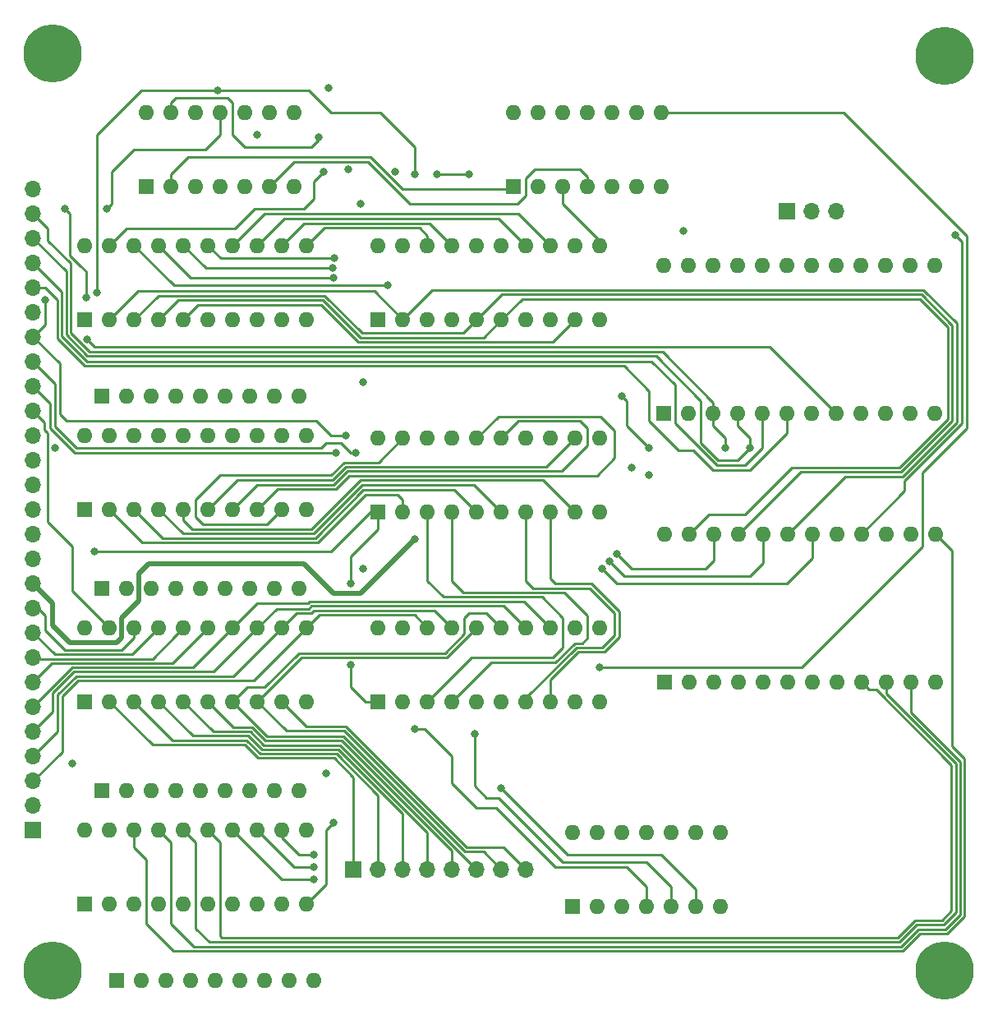
<source format=gbr>
%TF.GenerationSoftware,KiCad,Pcbnew,(5.1.10-1-10_14)*%
%TF.CreationDate,2021-07-31T09:22:51-04:00*%
%TF.ProjectId,register-smd,72656769-7374-4657-922d-736d642e6b69,rev?*%
%TF.SameCoordinates,Original*%
%TF.FileFunction,Copper,L2,Inr*%
%TF.FilePolarity,Positive*%
%FSLAX46Y46*%
G04 Gerber Fmt 4.6, Leading zero omitted, Abs format (unit mm)*
G04 Created by KiCad (PCBNEW (5.1.10-1-10_14)) date 2021-07-31 09:22:51*
%MOMM*%
%LPD*%
G01*
G04 APERTURE LIST*
%TA.AperFunction,ComponentPad*%
%ADD10O,1.600000X1.600000*%
%TD*%
%TA.AperFunction,ComponentPad*%
%ADD11R,1.600000X1.600000*%
%TD*%
%TA.AperFunction,ComponentPad*%
%ADD12O,1.700000X1.700000*%
%TD*%
%TA.AperFunction,ComponentPad*%
%ADD13R,1.700000X1.700000*%
%TD*%
%TA.AperFunction,ComponentPad*%
%ADD14C,0.800000*%
%TD*%
%TA.AperFunction,ComponentPad*%
%ADD15C,6.000000*%
%TD*%
%TA.AperFunction,ViaPad*%
%ADD16C,0.800000*%
%TD*%
%TA.AperFunction,Conductor*%
%ADD17C,0.500000*%
%TD*%
%TA.AperFunction,Conductor*%
%ADD18C,0.250000*%
%TD*%
G04 APERTURE END LIST*
D10*
%TO.N,Net-(D12-Pad1)*%
%TO.C,RN2*%
X104394000Y-120396000D03*
%TO.N,Net-(D13-Pad1)*%
X101854000Y-120396000D03*
%TO.N,Net-(D14-Pad1)*%
X99314000Y-120396000D03*
%TO.N,Net-(D15-Pad1)*%
X96774000Y-120396000D03*
%TO.N,Net-(D16-Pad1)*%
X94234000Y-120396000D03*
%TO.N,Net-(D17-Pad1)*%
X91694000Y-120396000D03*
%TO.N,Net-(D18-Pad1)*%
X89154000Y-120396000D03*
%TO.N,Net-(D19-Pad1)*%
X86614000Y-120396000D03*
D11*
%TO.N,-5V_IN*%
X84074000Y-120396000D03*
%TD*%
D10*
%TO.N,Net-(D22-Pad1)*%
%TO.C,RN3*%
X104394000Y-140208000D03*
%TO.N,Net-(D23-Pad1)*%
X101854000Y-140208000D03*
%TO.N,Net-(D24-Pad1)*%
X99314000Y-140208000D03*
%TO.N,Net-(D25-Pad1)*%
X96774000Y-140208000D03*
%TO.N,Net-(D26-Pad1)*%
X94234000Y-140208000D03*
%TO.N,Net-(D27-Pad1)*%
X91694000Y-140208000D03*
%TO.N,Net-(D28-Pad1)*%
X89154000Y-140208000D03*
%TO.N,Net-(D29-Pad1)*%
X86614000Y-140208000D03*
D11*
%TO.N,-5V_IN*%
X84074000Y-140208000D03*
%TD*%
D10*
%TO.N,Net-(D32-Pad1)*%
%TO.C,RN4*%
X104394000Y-161036000D03*
%TO.N,Net-(D33-Pad1)*%
X101854000Y-161036000D03*
%TO.N,Net-(D34-Pad1)*%
X99314000Y-161036000D03*
%TO.N,Net-(D35-Pad1)*%
X96774000Y-161036000D03*
%TO.N,Net-(D36-Pad1)*%
X94234000Y-161036000D03*
%TO.N,Net-(D37-Pad1)*%
X91694000Y-161036000D03*
%TO.N,Net-(D38-Pad1)*%
X89154000Y-161036000D03*
%TO.N,Net-(D39-Pad1)*%
X86614000Y-161036000D03*
D11*
%TO.N,-5V_IN*%
X84074000Y-161036000D03*
%TD*%
D10*
%TO.N,Net-(D1-Pad1)*%
%TO.C,RN1*%
X105918000Y-180594000D03*
%TO.N,Net-(D2-Pad1)*%
X103378000Y-180594000D03*
%TO.N,Net-(D3-Pad1)*%
X100838000Y-180594000D03*
%TO.N,Net-(D4-Pad1)*%
X98298000Y-180594000D03*
%TO.N,Net-(D5-Pad1)*%
X95758000Y-180594000D03*
%TO.N,Net-(D6-Pad1)*%
X93218000Y-180594000D03*
%TO.N,Net-(D7-Pad1)*%
X90678000Y-180594000D03*
%TO.N,Net-(D8-Pad1)*%
X88138000Y-180594000D03*
D11*
%TO.N,-5V_IN*%
X85598000Y-180594000D03*
%TD*%
D12*
%TO.N,/C0*%
%TO.C,J2*%
X127762000Y-169164000D03*
%TO.N,/C1*%
X125222000Y-169164000D03*
%TO.N,/C2*%
X122682000Y-169164000D03*
%TO.N,/C3*%
X120142000Y-169164000D03*
%TO.N,/C4*%
X117602000Y-169164000D03*
%TO.N,/C5*%
X115062000Y-169164000D03*
%TO.N,/C6*%
X112522000Y-169164000D03*
D13*
%TO.N,/C7*%
X109982000Y-169164000D03*
%TD*%
D14*
%TO.N,N/C*%
%TO.C,REF\u002A\u002A*%
X172532990Y-177987010D03*
X170942000Y-177328000D03*
X169351010Y-177987010D03*
X168692000Y-179578000D03*
X169351010Y-181168990D03*
X170942000Y-181828000D03*
X172532990Y-181168990D03*
X173192000Y-179578000D03*
D15*
X170942000Y-179578000D03*
%TD*%
%TO.N,N/C*%
%TO.C,REF\u002A\u002A*%
X170942000Y-85344000D03*
D14*
X173192000Y-85344000D03*
X172532990Y-86934990D03*
X170942000Y-87594000D03*
X169351010Y-86934990D03*
X168692000Y-85344000D03*
X169351010Y-83753010D03*
X170942000Y-83094000D03*
X172532990Y-83753010D03*
%TD*%
D15*
%TO.N,N/C*%
%TO.C,REF\u002A\u002A*%
X78994000Y-179578000D03*
D14*
X81244000Y-179578000D03*
X80584990Y-181168990D03*
X78994000Y-181828000D03*
X77403010Y-181168990D03*
X76744000Y-179578000D03*
X77403010Y-177987010D03*
X78994000Y-177328000D03*
X80584990Y-177987010D03*
%TD*%
%TO.N,N/C*%
%TO.C,REF\u002A\u002A*%
X80584990Y-83499010D03*
X78994000Y-82840000D03*
X77403010Y-83499010D03*
X76744000Y-85090000D03*
X77403010Y-86680990D03*
X78994000Y-87340000D03*
X80584990Y-86680990D03*
X81244000Y-85090000D03*
D15*
X78994000Y-85090000D03*
%TD*%
D10*
%TO.N,+5V_IN*%
%TO.C,U2*%
X88646000Y-91186000D03*
%TO.N,-5V_IN*%
X103886000Y-98806000D03*
%TO.N,Net-(U10-Pad16)*%
X91186000Y-91186000D03*
%TO.N,Net-(U1-Pad4)*%
X101346000Y-98806000D03*
%TO.N,CARRY*%
X93726000Y-91186000D03*
%TO.N,BI*%
X98806000Y-98806000D03*
%TO.N,CI*%
X96266000Y-91186000D03*
%TO.N,N/C*%
X96266000Y-98806000D03*
%TO.N,Net-(U1-Pad9)*%
X98806000Y-91186000D03*
%TO.N,N/C*%
X93726000Y-98806000D03*
X101346000Y-91186000D03*
%TO.N,Net-(U1-Pad1)*%
X91186000Y-98806000D03*
%TO.N,N/C*%
X103886000Y-91186000D03*
D11*
%TO.N,AI*%
X88646000Y-98806000D03*
%TD*%
D10*
%TO.N,+5V_IN*%
%TO.C,U1*%
X126492000Y-91186000D03*
%TO.N,-5V_IN*%
X141732000Y-98806000D03*
%TO.N,N/C*%
X129032000Y-91186000D03*
%TO.N,/B_IN_CP*%
X139192000Y-98806000D03*
%TO.N,N/C*%
X131572000Y-91186000D03*
%TO.N,CLOCK*%
X136652000Y-98806000D03*
%TO.N,N/C*%
X134112000Y-91186000D03*
%TO.N,Net-(U1-Pad4)*%
X134112000Y-98806000D03*
%TO.N,CLOCK*%
X136652000Y-91186000D03*
%TO.N,/A_IN_CP*%
X131572000Y-98806000D03*
%TO.N,Net-(U1-Pad9)*%
X139192000Y-91186000D03*
%TO.N,CLOCK*%
X129032000Y-98806000D03*
%TO.N,/C_IN_CP*%
X141732000Y-91186000D03*
D11*
%TO.N,Net-(U1-Pad1)*%
X126492000Y-98806000D03*
%TD*%
D10*
%TO.N,+5V_IN*%
%TO.C,U8*%
X82296000Y-144272000D03*
%TO.N,-5V_IN*%
X105156000Y-151892000D03*
%TO.N,CO*%
X84836000Y-144272000D03*
%TO.N,/C0*%
X102616000Y-151892000D03*
%TO.N,BUS_07*%
X87376000Y-144272000D03*
%TO.N,/C1*%
X100076000Y-151892000D03*
%TO.N,BUS_06*%
X89916000Y-144272000D03*
%TO.N,/C2*%
X97536000Y-151892000D03*
%TO.N,BUS_05*%
X92456000Y-144272000D03*
%TO.N,/C3*%
X94996000Y-151892000D03*
%TO.N,BUS_04*%
X94996000Y-144272000D03*
%TO.N,/C4*%
X92456000Y-151892000D03*
%TO.N,BUS_03*%
X97536000Y-144272000D03*
%TO.N,/C5*%
X89916000Y-151892000D03*
%TO.N,BUS_02*%
X100076000Y-144272000D03*
%TO.N,/C6*%
X87376000Y-151892000D03*
%TO.N,BUS_01*%
X102616000Y-144272000D03*
%TO.N,/C7*%
X84836000Y-151892000D03*
%TO.N,BUS_00*%
X105156000Y-144272000D03*
D11*
%TO.N,-5V_IN*%
X82296000Y-151892000D03*
%TD*%
D10*
%TO.N,+5V_IN*%
%TO.C,U7*%
X82296000Y-124460000D03*
%TO.N,-5V_IN*%
X105156000Y-132080000D03*
%TO.N,BO*%
X84836000Y-124460000D03*
%TO.N,/B0*%
X102616000Y-132080000D03*
%TO.N,BUS_07*%
X87376000Y-124460000D03*
%TO.N,/B1*%
X100076000Y-132080000D03*
%TO.N,BUS_06*%
X89916000Y-124460000D03*
%TO.N,/B2*%
X97536000Y-132080000D03*
%TO.N,BUS_05*%
X92456000Y-124460000D03*
%TO.N,/B3*%
X94996000Y-132080000D03*
%TO.N,BUS_04*%
X94996000Y-124460000D03*
%TO.N,/B4*%
X92456000Y-132080000D03*
%TO.N,BUS_03*%
X97536000Y-124460000D03*
%TO.N,/B5*%
X89916000Y-132080000D03*
%TO.N,BUS_02*%
X100076000Y-124460000D03*
%TO.N,/B6*%
X87376000Y-132080000D03*
%TO.N,BUS_01*%
X102616000Y-124460000D03*
%TO.N,/B7*%
X84836000Y-132080000D03*
%TO.N,BUS_00*%
X105156000Y-124460000D03*
D11*
%TO.N,-5V_IN*%
X82296000Y-132080000D03*
%TD*%
D10*
%TO.N,+5V_IN*%
%TO.C,U6*%
X82296000Y-104902000D03*
%TO.N,-5V_IN*%
X105156000Y-112522000D03*
%TO.N,AO*%
X84836000Y-104902000D03*
%TO.N,/A0*%
X102616000Y-112522000D03*
%TO.N,BUS_07*%
X87376000Y-104902000D03*
%TO.N,/A1*%
X100076000Y-112522000D03*
%TO.N,BUS_06*%
X89916000Y-104902000D03*
%TO.N,/A2*%
X97536000Y-112522000D03*
%TO.N,BUS_05*%
X92456000Y-104902000D03*
%TO.N,/A3*%
X94996000Y-112522000D03*
%TO.N,BUS_04*%
X94996000Y-104902000D03*
%TO.N,/A4*%
X92456000Y-112522000D03*
%TO.N,BUS_03*%
X97536000Y-104902000D03*
%TO.N,/A5*%
X89916000Y-112522000D03*
%TO.N,BUS_02*%
X100076000Y-104902000D03*
%TO.N,/A6*%
X87376000Y-112522000D03*
%TO.N,BUS_01*%
X102616000Y-104902000D03*
%TO.N,/A7*%
X84836000Y-112522000D03*
%TO.N,BUS_00*%
X105156000Y-104902000D03*
D11*
%TO.N,-5V_IN*%
X82296000Y-112522000D03*
%TD*%
D10*
%TO.N,+5V_IN*%
%TO.C,U5*%
X112522000Y-144272000D03*
%TO.N,-5V_IN*%
X135382000Y-151892000D03*
%TO.N,/C0*%
X115062000Y-144272000D03*
%TO.N,/C4*%
X132842000Y-151892000D03*
%TO.N,BUS_00*%
X117602000Y-144272000D03*
%TO.N,BUS_04*%
X130302000Y-151892000D03*
%TO.N,BUS_01*%
X120142000Y-144272000D03*
%TO.N,BUS_05*%
X127762000Y-151892000D03*
%TO.N,/C1*%
X122682000Y-144272000D03*
%TO.N,/C5*%
X125222000Y-151892000D03*
%TO.N,/C2*%
X125222000Y-144272000D03*
%TO.N,/C6*%
X122682000Y-151892000D03*
%TO.N,BUS_02*%
X127762000Y-144272000D03*
%TO.N,BUS_06*%
X120142000Y-151892000D03*
%TO.N,BUS_03*%
X130302000Y-144272000D03*
%TO.N,BUS_07*%
X117602000Y-151892000D03*
%TO.N,/C3*%
X132842000Y-144272000D03*
%TO.N,/C7*%
X115062000Y-151892000D03*
%TO.N,/C_IN_CP*%
X135382000Y-144272000D03*
D11*
%TO.N,RESET*%
X112522000Y-151892000D03*
%TD*%
D10*
%TO.N,+5V_IN*%
%TO.C,U4*%
X112522000Y-124714000D03*
%TO.N,-5V_IN*%
X135382000Y-132334000D03*
%TO.N,/B0*%
X115062000Y-124714000D03*
%TO.N,/B4*%
X132842000Y-132334000D03*
%TO.N,BUS_00*%
X117602000Y-124714000D03*
%TO.N,BUS_04*%
X130302000Y-132334000D03*
%TO.N,BUS_01*%
X120142000Y-124714000D03*
%TO.N,BUS_05*%
X127762000Y-132334000D03*
%TO.N,/B1*%
X122682000Y-124714000D03*
%TO.N,/B5*%
X125222000Y-132334000D03*
%TO.N,/B2*%
X125222000Y-124714000D03*
%TO.N,/B6*%
X122682000Y-132334000D03*
%TO.N,BUS_02*%
X127762000Y-124714000D03*
%TO.N,BUS_06*%
X120142000Y-132334000D03*
%TO.N,BUS_03*%
X130302000Y-124714000D03*
%TO.N,BUS_07*%
X117602000Y-132334000D03*
%TO.N,/B3*%
X132842000Y-124714000D03*
%TO.N,/B7*%
X115062000Y-132334000D03*
%TO.N,/B_IN_CP*%
X135382000Y-124714000D03*
D11*
%TO.N,RESET*%
X112522000Y-132334000D03*
%TD*%
D10*
%TO.N,+5V_IN*%
%TO.C,U3*%
X112522000Y-104902000D03*
%TO.N,-5V_IN*%
X135382000Y-112522000D03*
%TO.N,/A0*%
X115062000Y-104902000D03*
%TO.N,/A4*%
X132842000Y-112522000D03*
%TO.N,BUS_00*%
X117602000Y-104902000D03*
%TO.N,BUS_04*%
X130302000Y-112522000D03*
%TO.N,BUS_01*%
X120142000Y-104902000D03*
%TO.N,BUS_05*%
X127762000Y-112522000D03*
%TO.N,/A1*%
X122682000Y-104902000D03*
%TO.N,/A5*%
X125222000Y-112522000D03*
%TO.N,/A2*%
X125222000Y-104902000D03*
%TO.N,/A6*%
X122682000Y-112522000D03*
%TO.N,BUS_02*%
X127762000Y-104902000D03*
%TO.N,BUS_06*%
X120142000Y-112522000D03*
%TO.N,BUS_03*%
X130302000Y-104902000D03*
%TO.N,BUS_07*%
X117602000Y-112522000D03*
%TO.N,/A3*%
X132842000Y-104902000D03*
%TO.N,/A7*%
X115062000Y-112522000D03*
%TO.N,/A_IN_CP*%
X135382000Y-104902000D03*
D11*
%TO.N,RESET*%
X112522000Y-112522000D03*
%TD*%
D10*
%TO.N,+5V_IN*%
%TO.C,U13*%
X82296000Y-165100000D03*
%TO.N,-5V_IN*%
X105156000Y-172720000D03*
%TO.N,ALU_OUT*%
X84836000Y-165100000D03*
%TO.N,BUS_00*%
X102616000Y-172720000D03*
%TO.N,/ALU7*%
X87376000Y-165100000D03*
%TO.N,BUS_01*%
X100076000Y-172720000D03*
%TO.N,/ALU6*%
X89916000Y-165100000D03*
%TO.N,BUS_02*%
X97536000Y-172720000D03*
%TO.N,/ALU5*%
X92456000Y-165100000D03*
%TO.N,BUS_03*%
X94996000Y-172720000D03*
%TO.N,/ALU4*%
X94996000Y-165100000D03*
%TO.N,BUS_04*%
X92456000Y-172720000D03*
%TO.N,/ALU3*%
X97536000Y-165100000D03*
%TO.N,BUS_05*%
X89916000Y-172720000D03*
%TO.N,/ALU2*%
X100076000Y-165100000D03*
%TO.N,BUS_06*%
X87376000Y-172720000D03*
%TO.N,/ALU1*%
X102616000Y-165100000D03*
%TO.N,BUS_07*%
X84836000Y-172720000D03*
%TO.N,/ALU0*%
X105156000Y-165100000D03*
D11*
%TO.N,-5V_IN*%
X82296000Y-172720000D03*
%TD*%
D10*
%TO.N,+5V_IN*%
%TO.C,U10*%
X142038000Y-134620000D03*
%TO.N,-5V_IN*%
X169978000Y-149860000D03*
%TO.N,/A5*%
X144578000Y-134620000D03*
%TO.N,/ALU6*%
X167438000Y-149860000D03*
%TO.N,/B5*%
X147118000Y-134620000D03*
%TO.N,/ALU5*%
X164898000Y-149860000D03*
%TO.N,/A6*%
X149658000Y-134620000D03*
%TO.N,/ALU4*%
X162358000Y-149860000D03*
%TO.N,/B6*%
X152198000Y-134620000D03*
%TO.N,ALU_MODE*%
X159818000Y-149860000D03*
%TO.N,/A7*%
X154738000Y-134620000D03*
%TO.N,Net-(U10-Pad7)*%
X157278000Y-149860000D03*
%TO.N,/B7*%
X157278000Y-134620000D03*
%TO.N,ALU_S0*%
X154738000Y-149860000D03*
%TO.N,Net-(U10-Pad17)*%
X159818000Y-134620000D03*
%TO.N,ALU_S1*%
X152198000Y-149860000D03*
%TO.N,Net-(U10-Pad16)*%
X162358000Y-134620000D03*
%TO.N,ALU_S2*%
X149658000Y-149860000D03*
%TO.N,Net-(U10-Pad15)*%
X164898000Y-134620000D03*
%TO.N,ALU_S3*%
X147118000Y-149860000D03*
%TO.N,A_EQ_B*%
X167438000Y-134620000D03*
%TO.N,/A4*%
X144578000Y-149860000D03*
%TO.N,/ALU7*%
X169978000Y-134620000D03*
D11*
%TO.N,/B4*%
X142038000Y-149860000D03*
%TD*%
D10*
%TO.N,+5V_IN*%
%TO.C,U9*%
X141986000Y-106934000D03*
%TO.N,-5V_IN*%
X169926000Y-122174000D03*
%TO.N,/A1*%
X144526000Y-106934000D03*
%TO.N,/ALU2*%
X167386000Y-122174000D03*
%TO.N,/B1*%
X147066000Y-106934000D03*
%TO.N,/ALU1*%
X164846000Y-122174000D03*
%TO.N,/A2*%
X149606000Y-106934000D03*
%TO.N,/ALU0*%
X162306000Y-122174000D03*
%TO.N,/B2*%
X152146000Y-106934000D03*
%TO.N,ALU_MODE*%
X159766000Y-122174000D03*
%TO.N,/A3*%
X154686000Y-106934000D03*
%TO.N,/Cn*%
X157226000Y-122174000D03*
%TO.N,/B3*%
X157226000Y-106934000D03*
%TO.N,ALU_S0*%
X154686000Y-122174000D03*
%TO.N,Net-(U9-Pad17)*%
X159766000Y-106934000D03*
%TO.N,ALU_S1*%
X152146000Y-122174000D03*
%TO.N,Net-(U10-Pad7)*%
X162306000Y-106934000D03*
%TO.N,ALU_S2*%
X149606000Y-122174000D03*
%TO.N,Net-(U9-Pad15)*%
X164846000Y-106934000D03*
%TO.N,ALU_S3*%
X147066000Y-122174000D03*
%TO.N,A_EQ_B*%
X167386000Y-106934000D03*
%TO.N,/A0*%
X144526000Y-122174000D03*
%TO.N,/ALU3*%
X169926000Y-106934000D03*
D11*
%TO.N,/B0*%
X141986000Y-122174000D03*
%TD*%
D10*
%TO.N,+5V_IN*%
%TO.C,U12*%
X132588000Y-165354000D03*
%TO.N,-5V_IN*%
X147828000Y-172974000D03*
%TO.N,N/C*%
X135128000Y-165354000D03*
%TO.N,A_EQ_B*%
X145288000Y-172974000D03*
%TO.N,N/C*%
X137668000Y-165354000D03*
%TO.N,CARRY*%
X142748000Y-172974000D03*
%TO.N,N/C*%
X140208000Y-165354000D03*
%TO.N,A_GT_B*%
X140208000Y-172974000D03*
%TO.N,N/C*%
X142748000Y-165354000D03*
X137668000Y-172974000D03*
X145288000Y-165354000D03*
X135128000Y-172974000D03*
X147828000Y-165354000D03*
D11*
X132588000Y-172974000D03*
%TD*%
D12*
%TO.N,+5V_IN*%
%TO.C,J3*%
X159766000Y-101346000D03*
%TO.N,/Cn*%
X157226000Y-101346000D03*
D13*
%TO.N,-5V_IN*%
X154686000Y-101346000D03*
%TD*%
D12*
%TO.N,ALU_OUT*%
%TO.C,J1*%
X76962000Y-99060000D03*
%TO.N,ALU_S3*%
X76962000Y-101600000D03*
%TO.N,ALU_S2*%
X76962000Y-104140000D03*
%TO.N,ALU_S1*%
X76962000Y-106680000D03*
%TO.N,ALU_S0*%
X76962000Y-109220000D03*
%TO.N,ALU_MODE*%
X76962000Y-111760000D03*
%TO.N,CARRY*%
X76962000Y-114300000D03*
%TO.N,A_EQ_B*%
X76962000Y-116840000D03*
%TO.N,A_GT_B*%
X76962000Y-119380000D03*
%TO.N,CO*%
X76962000Y-121920000D03*
%TO.N,CI*%
X76962000Y-124460000D03*
%TO.N,BO*%
X76962000Y-127000000D03*
%TO.N,BI*%
X76962000Y-129540000D03*
%TO.N,AO*%
X76962000Y-132080000D03*
%TO.N,AI*%
X76962000Y-134620000D03*
%TO.N,RESET*%
X76962000Y-137160000D03*
%TO.N,CLOCK*%
X76962000Y-139700000D03*
%TO.N,BUS_07*%
X76962000Y-142240000D03*
%TO.N,BUS_06*%
X76962000Y-144780000D03*
%TO.N,BUS_05*%
X76962000Y-147320000D03*
%TO.N,BUS_04*%
X76962000Y-149860000D03*
%TO.N,BUS_03*%
X76962000Y-152400000D03*
%TO.N,BUS_02*%
X76962000Y-154940000D03*
%TO.N,BUS_01*%
X76962000Y-157480000D03*
%TO.N,BUS_00*%
X76962000Y-160020000D03*
%TO.N,+5V_IN*%
X76962000Y-162560000D03*
D13*
%TO.N,-5V_IN*%
X76962000Y-165100000D03*
%TD*%
D16*
%TO.N,CLOCK*%
X138684000Y-127762000D03*
X116332000Y-135128000D03*
%TO.N,BUS_07*%
X113534922Y-109009043D03*
%TO.N,BUS_06*%
X107950000Y-108204000D03*
%TO.N,BUS_05*%
X107828327Y-107211418D03*
%TO.N,BUS_04*%
X107981417Y-106223194D03*
%TO.N,/A4*%
X140462000Y-125730000D03*
X137668000Y-120396000D03*
%TO.N,AI*%
X79248000Y-125730000D03*
%TO.N,AO*%
X106934000Y-97282000D03*
%TO.N,/B5*%
X137160000Y-136652000D03*
%TO.N,/B6*%
X136398000Y-137414000D03*
%TO.N,/B7*%
X135636000Y-138176000D03*
%TO.N,BO*%
X96012000Y-88900000D03*
X83566000Y-109728000D03*
X116332000Y-97536000D03*
%TO.N,/C3*%
X107188000Y-159258000D03*
%TO.N,CI*%
X84582000Y-101092000D03*
%TO.N,CO*%
X100076000Y-93472000D03*
%TO.N,CARRY*%
X109220000Y-124460000D03*
%TO.N,A_EQ_B*%
X125222000Y-160782000D03*
X110236000Y-126238000D03*
%TO.N,A_GT_B*%
X116332000Y-154686000D03*
X108204000Y-126238000D03*
%TO.N,ALU_S3*%
X148336000Y-125730000D03*
%TO.N,ALU_S2*%
X150876000Y-125730000D03*
%TO.N,ALU_MODE*%
X82550000Y-114554000D03*
%TO.N,CARRY*%
X122467250Y-155233250D03*
X78232000Y-110490000D03*
%TO.N,-5V_IN*%
X107950000Y-164338000D03*
X110998000Y-118938000D03*
X110932000Y-138176000D03*
X140396000Y-128524000D03*
X144018000Y-103378000D03*
X110744000Y-100584000D03*
X81026000Y-158242000D03*
X107442000Y-88646000D03*
X82393895Y-110273000D03*
X80264000Y-101092000D03*
%TO.N,/ALU2*%
X105918000Y-168910000D03*
%TO.N,/ALU1*%
X105918000Y-167640000D03*
%TO.N,/ALU3*%
X105918000Y-170180000D03*
%TO.N,Net-(U10-Pad16)*%
X106426000Y-93726000D03*
X172051048Y-103792952D03*
%TO.N,/A_IN_CP*%
X109482000Y-97020000D03*
%TO.N,/B_IN_CP*%
X114304653Y-97277347D03*
%TO.N,/C_IN_CP*%
X121920000Y-97536000D03*
X118618000Y-97536000D03*
X135382000Y-148336000D03*
%TO.N,RESET*%
X109728000Y-139700000D03*
X109728000Y-148082000D03*
X83312000Y-136398000D03*
%TD*%
D17*
%TO.N,CLOCK*%
X78994000Y-141732000D02*
X76962000Y-139700000D01*
X78994000Y-144018000D02*
X78994000Y-141732000D01*
X86106000Y-145288000D02*
X85598000Y-145796000D01*
X80772000Y-145796000D02*
X78994000Y-144018000D01*
X110744000Y-140716000D02*
X107950000Y-140716000D01*
X85598000Y-145796000D02*
X80772000Y-145796000D01*
X87884000Y-141478000D02*
X86106000Y-143256000D01*
X87884000Y-138684000D02*
X87884000Y-141478000D01*
X86106000Y-143256000D02*
X86106000Y-145288000D01*
X107950000Y-140716000D02*
X104902000Y-137668000D01*
X88900000Y-137668000D02*
X87884000Y-138684000D01*
X104902000Y-137668000D02*
X88900000Y-137668000D01*
X116332000Y-135128000D02*
X110744000Y-140716000D01*
D18*
%TO.N,BUS_07*%
X117602000Y-139446000D02*
X117602000Y-132334000D01*
X119241980Y-141085980D02*
X117602000Y-139446000D01*
X131572000Y-143256000D02*
X129401980Y-141085980D01*
X117602000Y-151892000D02*
X122174000Y-147320000D01*
X131572000Y-146304000D02*
X131572000Y-143256000D01*
X129401980Y-141085980D02*
X119241980Y-141085980D01*
X130556000Y-147320000D02*
X131572000Y-146304000D01*
X122174000Y-147320000D02*
X130556000Y-147320000D01*
X86106000Y-146558000D02*
X87376000Y-145288000D01*
X78232000Y-144526000D02*
X80264000Y-146558000D01*
X78232000Y-143002000D02*
X78232000Y-144526000D01*
X77470000Y-142240000D02*
X78232000Y-143002000D01*
X87376000Y-145288000D02*
X87376000Y-144272000D01*
X80264000Y-146558000D02*
X86106000Y-146558000D01*
X76962000Y-142240000D02*
X77470000Y-142240000D01*
X87376000Y-104902000D02*
X91483043Y-109009043D01*
X91483043Y-109009043D02*
X113534922Y-109009043D01*
%TO.N,BUS_06*%
X120142000Y-139446000D02*
X120142000Y-132334000D01*
X121331970Y-140635970D02*
X120142000Y-139446000D01*
X134112000Y-143002000D02*
X131745970Y-140635970D01*
X120142000Y-151892000D02*
X124206000Y-147828000D01*
X124206000Y-147828000D02*
X130807179Y-147828000D01*
X133546011Y-145853988D02*
X134112000Y-145288000D01*
X131745970Y-140635970D02*
X121331970Y-140635970D01*
X130807179Y-147828000D02*
X132781190Y-145853988D01*
X134112000Y-145288000D02*
X134112000Y-143002000D01*
X132781190Y-145853988D02*
X133546011Y-145853988D01*
X93218000Y-108204000D02*
X107950000Y-108204000D01*
X89916000Y-104902000D02*
X93218000Y-108204000D01*
X79190011Y-147008011D02*
X87179989Y-147008011D01*
X76962000Y-144780000D02*
X79190011Y-147008011D01*
X87179989Y-147008011D02*
X89916000Y-144272000D01*
%TO.N,BUS_05*%
X136905999Y-145034001D02*
X136905999Y-142748000D01*
X127762000Y-151892000D02*
X127762000Y-151509589D01*
X127762000Y-151509589D02*
X132967590Y-146303999D01*
X134343961Y-140185961D02*
X128501961Y-140185961D01*
X135636001Y-146303999D02*
X136905999Y-145034001D01*
X127762000Y-139446000D02*
X127762000Y-132334000D01*
X136905999Y-142748000D02*
X134343961Y-140185961D01*
X128501961Y-140185961D02*
X127762000Y-139446000D01*
X132967590Y-146303999D02*
X135636001Y-146303999D01*
X92456000Y-104902000D02*
X94765418Y-107211418D01*
X94765418Y-107211418D02*
X107828327Y-107211418D01*
X91656001Y-145071999D02*
X92456000Y-144272000D01*
X77100022Y-147458022D02*
X89269978Y-147458022D01*
X76962000Y-147320000D02*
X77100022Y-147458022D01*
X89269978Y-147458022D02*
X91656001Y-145071999D01*
%TO.N,BUS_04*%
X130302000Y-149606000D02*
X130302000Y-151892000D01*
X135822400Y-146754010D02*
X133153990Y-146754010D01*
X137356010Y-142561600D02*
X137356009Y-145220401D01*
X134530362Y-139735952D02*
X137356010Y-142561600D01*
X134401951Y-139735951D02*
X134530362Y-139735952D01*
X134366000Y-139700000D02*
X134401951Y-139735951D01*
X130302000Y-132334000D02*
X130302000Y-139192000D01*
X137356009Y-145220401D02*
X135822400Y-146754010D01*
X130810000Y-139700000D02*
X134366000Y-139700000D01*
X133153990Y-146754010D02*
X130302000Y-149606000D01*
X130302000Y-139192000D02*
X130810000Y-139700000D01*
X96317194Y-106223194D02*
X107981417Y-106223194D01*
X94996000Y-104902000D02*
X96317194Y-106223194D01*
X78913967Y-147908033D02*
X91359967Y-147908033D01*
X76962000Y-149860000D02*
X78913967Y-147908033D01*
X94196001Y-145071999D02*
X94996000Y-144272000D01*
X91359967Y-147908033D02*
X94196001Y-145071999D01*
%TO.N,BUS_03*%
X105281590Y-141732000D02*
X105477600Y-141535990D01*
X105477600Y-141535990D02*
X127565990Y-141535990D01*
X100076000Y-141732000D02*
X105281590Y-141732000D01*
X127565990Y-141535990D02*
X130302000Y-144272000D01*
X97536000Y-144272000D02*
X100076000Y-141732000D01*
X130302000Y-104902000D02*
X127000000Y-101600000D01*
X100838000Y-101600000D02*
X97536000Y-104902000D01*
X127000000Y-101600000D02*
X100838000Y-101600000D01*
X76962000Y-152400000D02*
X81003956Y-148358044D01*
X93449956Y-148358044D02*
X96736001Y-145071999D01*
X81003956Y-148358044D02*
X93449956Y-148358044D01*
X96736001Y-145071999D02*
X97536000Y-144272000D01*
%TO.N,BUS_02*%
X127762000Y-144272000D02*
X125476000Y-141986000D01*
X125476000Y-141986000D02*
X105664000Y-141986000D01*
X105664000Y-141986000D02*
X105352010Y-142297990D01*
X102050010Y-142297990D02*
X100076000Y-144272000D01*
X105352010Y-142297990D02*
X102050010Y-142297990D01*
X127762000Y-104902000D02*
X124968000Y-102108000D01*
X102870000Y-102108000D02*
X100076000Y-104902000D01*
X124968000Y-102108000D02*
X102870000Y-102108000D01*
X99276001Y-145071999D02*
X100076000Y-144272000D01*
X76962000Y-154940000D02*
X78994000Y-152908000D01*
X81190355Y-148808055D02*
X95539945Y-148808055D01*
X95539945Y-148808055D02*
X99276001Y-145071999D01*
X78994000Y-152908000D02*
X78994000Y-151004410D01*
X78994000Y-151004410D02*
X81190355Y-148808055D01*
%TO.N,BUS_01*%
X104140000Y-142748000D02*
X102616000Y-144272000D01*
X105664000Y-142748000D02*
X104140000Y-142748000D01*
X105918000Y-142494000D02*
X105664000Y-142748000D01*
X118364000Y-142494000D02*
X105918000Y-142494000D01*
X120142000Y-144272000D02*
X118364000Y-142494000D01*
X120142000Y-104902000D02*
X117856000Y-102616000D01*
X104902000Y-102616000D02*
X102616000Y-104902000D01*
X117856000Y-102616000D02*
X104902000Y-102616000D01*
X79502000Y-151132820D02*
X81376754Y-149258066D01*
X101816001Y-145071999D02*
X102616000Y-144272000D01*
X76962000Y-157480000D02*
X79502000Y-154940000D01*
X79502000Y-154940000D02*
X79502000Y-151132820D01*
X81376754Y-149258066D02*
X97629934Y-149258066D01*
X97629934Y-149258066D02*
X101816001Y-145071999D01*
%TO.N,BUS_00*%
X106483989Y-142944011D02*
X105156000Y-144272000D01*
X116274011Y-142944011D02*
X106483989Y-142944011D01*
X117602000Y-144272000D02*
X116274011Y-142944011D01*
X117602000Y-104902000D02*
X117602000Y-103886000D01*
X117602000Y-103886000D02*
X116782010Y-103066010D01*
X106991990Y-103066010D02*
X105156000Y-104902000D01*
X116782010Y-103066010D02*
X106991990Y-103066010D01*
X79952011Y-151319219D02*
X81563153Y-149708077D01*
X79952011Y-157029989D02*
X79952011Y-151319219D01*
X104356001Y-145071999D02*
X105156000Y-144272000D01*
X76962000Y-160020000D02*
X79952011Y-157029989D01*
X99719923Y-149708077D02*
X104356001Y-145071999D01*
X81563153Y-149708077D02*
X99719923Y-149708077D01*
%TO.N,/A4*%
X140462000Y-125730000D02*
X138176000Y-123444000D01*
X138176000Y-123444000D02*
X138176000Y-120904000D01*
X138176000Y-120904000D02*
X137668000Y-120396000D01*
X106680000Y-110998000D02*
X110490000Y-114808000D01*
X93980000Y-110998000D02*
X106680000Y-110998000D01*
X92456000Y-112522000D02*
X93980000Y-110998000D01*
X130556000Y-114808000D02*
X132842000Y-112522000D01*
X110490000Y-114808000D02*
X130556000Y-114808000D01*
%TO.N,/A5*%
X127369980Y-110374020D02*
X125222000Y-112522000D01*
X168347405Y-110374020D02*
X127369980Y-110374020D01*
X166238770Y-127762000D02*
X171253989Y-122746781D01*
X155194000Y-127762000D02*
X166238770Y-127762000D01*
X146610000Y-132588000D02*
X150368000Y-132588000D01*
X144578000Y-134620000D02*
X146610000Y-132588000D01*
X150368000Y-132588000D02*
X155194000Y-127762000D01*
X171253989Y-113280604D02*
X168347405Y-110374020D01*
X171253989Y-122746781D02*
X171253989Y-113280604D01*
X89916000Y-112522000D02*
X91948000Y-110490000D01*
X123386011Y-114357989D02*
X125222000Y-112522000D01*
X91948000Y-110490000D02*
X106808410Y-110490000D01*
X106808410Y-110490000D02*
X110676399Y-114357989D01*
X110676399Y-114357989D02*
X123386011Y-114357989D01*
%TO.N,/A6*%
X149658000Y-134620000D02*
X156065989Y-128212011D01*
X156065989Y-128212011D02*
X166425170Y-128212011D01*
X168533805Y-109924009D02*
X125279990Y-109924010D01*
X171704000Y-113094204D02*
X168533805Y-109924009D01*
X171704000Y-122933181D02*
X171704000Y-113094204D01*
X166425170Y-128212011D02*
X171704000Y-122933181D01*
X125279990Y-109924010D02*
X122682000Y-112522000D01*
X87376000Y-112522000D02*
X89858011Y-110039989D01*
X89858011Y-110039989D02*
X106994810Y-110039989D01*
X110862798Y-113907978D02*
X121296022Y-113907978D01*
X106994810Y-110039989D02*
X110862798Y-113907978D01*
X121296022Y-113907978D02*
X122682000Y-112522000D01*
%TO.N,/A7*%
X172154011Y-123119581D02*
X172154011Y-112907804D01*
X166611570Y-128662022D02*
X172154011Y-123119581D01*
X172154011Y-112907804D02*
X168720204Y-109473999D01*
X118110000Y-109474000D02*
X115062000Y-112522000D01*
X168720204Y-109473999D02*
X118110000Y-109474000D01*
X154738000Y-134620000D02*
X160695978Y-128662022D01*
X160695978Y-128662022D02*
X166611570Y-128662022D01*
X84836000Y-112522000D02*
X87768019Y-109589981D01*
X112129981Y-109589981D02*
X115062000Y-112522000D01*
X87768019Y-109589981D02*
X112129981Y-109589981D01*
%TO.N,AO*%
X97790000Y-103124000D02*
X86614000Y-103124000D01*
X86614000Y-103124000D02*
X84836000Y-104902000D01*
X99822000Y-101092000D02*
X97790000Y-103124000D01*
X106934000Y-97282000D02*
X105918000Y-98298000D01*
X104902000Y-101092000D02*
X99822000Y-101092000D01*
X105918000Y-100076000D02*
X104902000Y-101092000D01*
X105918000Y-98298000D02*
X105918000Y-100076000D01*
%TO.N,/B0*%
X115062000Y-124714000D02*
X112544044Y-127231956D01*
X108982400Y-127231956D02*
X107690356Y-128524000D01*
X93726000Y-132842000D02*
X94488000Y-133604000D01*
X112544044Y-127231956D02*
X108982400Y-127231956D01*
X93726000Y-131064000D02*
X93726000Y-132842000D01*
X94488000Y-133604000D02*
X101092000Y-133604000D01*
X107690356Y-128524000D02*
X96266000Y-128524000D01*
X96266000Y-128524000D02*
X93726000Y-131064000D01*
X101092000Y-133604000D02*
X102616000Y-132080000D01*
%TO.N,/B1*%
X108133579Y-129990010D02*
X109541600Y-128581989D01*
X109541600Y-128581989D02*
X135070011Y-128581989D01*
X136906000Y-126746000D02*
X136906000Y-123952000D01*
X124910010Y-122485990D02*
X122682000Y-124714000D01*
X102165990Y-129990010D02*
X108133579Y-129990010D01*
X100076000Y-132080000D02*
X102165990Y-129990010D01*
X135070011Y-128581989D02*
X136906000Y-126746000D01*
X136906000Y-123952000D02*
X135439990Y-122485990D01*
X135439990Y-122485990D02*
X124910010Y-122485990D01*
%TO.N,/B2*%
X131436800Y-128131978D02*
X109355200Y-128131978D01*
X109355200Y-128131978D02*
X107947179Y-129539999D01*
X134112000Y-125456778D02*
X131436800Y-128131978D01*
X125222000Y-124714000D02*
X126999999Y-122936001D01*
X133350001Y-122936001D02*
X134112000Y-123698000D01*
X134112000Y-123698000D02*
X134112000Y-125456778D01*
X107947179Y-129539999D02*
X100076000Y-129540000D01*
X100076000Y-129540000D02*
X97536000Y-132080000D01*
X126999999Y-122936001D02*
X133350001Y-122936001D01*
%TO.N,/B3*%
X98044000Y-129032000D02*
X94996000Y-132080000D01*
X132842000Y-124714000D02*
X129874033Y-127681967D01*
X107818767Y-129032000D02*
X98044000Y-129032000D01*
X129874033Y-127681967D02*
X109168800Y-127681967D01*
X109168800Y-127681967D02*
X107818767Y-129032000D01*
%TO.N,/B4*%
X129540000Y-129032000D02*
X110744000Y-129032000D01*
X105664000Y-134112000D02*
X93356630Y-134112000D01*
X93356630Y-134112000D02*
X92456000Y-133211370D01*
X110744000Y-129032000D02*
X105664000Y-134112000D01*
X92456000Y-133211370D02*
X92456000Y-132080000D01*
X132842000Y-132334000D02*
X129540000Y-129032000D01*
%TO.N,/B5*%
X122428000Y-129540000D02*
X110872411Y-129540000D01*
X110872411Y-129540000D02*
X105850400Y-134562011D01*
X125222000Y-132334000D02*
X122428000Y-129540000D01*
X105850400Y-134562011D02*
X92398010Y-134562010D01*
X92398010Y-134562010D02*
X89916000Y-132080000D01*
X147118000Y-134620000D02*
X147118000Y-137362000D01*
X147118000Y-137362000D02*
X146304000Y-138176000D01*
X146304000Y-138176000D02*
X138684000Y-138176000D01*
X138684000Y-138176000D02*
X137160000Y-136652000D01*
%TO.N,/B6*%
X122682000Y-132334000D02*
X120396000Y-130048000D01*
X120396000Y-130048000D02*
X111000820Y-130048000D01*
X111000820Y-130048000D02*
X106036799Y-135012021D01*
X90308020Y-135012020D02*
X87376000Y-132080000D01*
X106036799Y-135012021D02*
X90308020Y-135012020D01*
X152198000Y-134620000D02*
X152198000Y-137616000D01*
X152198000Y-137616000D02*
X150876000Y-138938000D01*
X150876000Y-138938000D02*
X137922000Y-138938000D01*
X137922000Y-138938000D02*
X136398000Y-137414000D01*
%TO.N,/B7*%
X115062000Y-131064000D02*
X115062000Y-132334000D01*
X114554000Y-130556000D02*
X115062000Y-131064000D01*
X106345970Y-135462030D02*
X111252000Y-130556000D01*
X88218030Y-135462030D02*
X106345970Y-135462030D01*
X111252000Y-130556000D02*
X114554000Y-130556000D01*
X84836000Y-132080000D02*
X88218030Y-135462030D01*
X157278000Y-134620000D02*
X157278000Y-137108000D01*
X157278000Y-137108000D02*
X154686000Y-139700000D01*
X154686000Y-139700000D02*
X137160000Y-139700000D01*
X137160000Y-139700000D02*
X135636000Y-138176000D01*
%TO.N,BO*%
X88138000Y-88900000D02*
X96012000Y-88900000D01*
X83566000Y-93472000D02*
X88138000Y-88900000D01*
X83566000Y-109728000D02*
X83566000Y-109728000D01*
X83566000Y-109728000D02*
X83566000Y-93472000D01*
X116332000Y-97790000D02*
X116332000Y-97536000D01*
X105410000Y-88900000D02*
X107696000Y-91186000D01*
X96012000Y-88900000D02*
X105410000Y-88900000D01*
X116332000Y-97536000D02*
X116332000Y-94742000D01*
X112776000Y-91186000D02*
X107696000Y-91186000D01*
X116332000Y-94742000D02*
X112776000Y-91186000D01*
%TO.N,/C0*%
X121666000Y-166878000D02*
X109220000Y-154432000D01*
X109220000Y-154432000D02*
X105156000Y-154432000D01*
X127762000Y-169164000D02*
X125476000Y-166878000D01*
X105156000Y-154432000D02*
X102616000Y-151892000D01*
X125476000Y-166878000D02*
X121666000Y-166878000D01*
%TO.N,/C1*%
X109033601Y-154882011D02*
X103066011Y-154882011D01*
X121479600Y-167328011D02*
X109033601Y-154882011D01*
X125222000Y-169164000D02*
X123386011Y-167328011D01*
X103066011Y-154882011D02*
X100076000Y-151892000D01*
X123386011Y-167328011D02*
X121479600Y-167328011D01*
X104648000Y-147320000D02*
X100076000Y-151892000D01*
X122682000Y-144272000D02*
X119634000Y-147320000D01*
X119634000Y-147320000D02*
X104648000Y-147320000D01*
%TO.N,/C2*%
X122679180Y-169164000D02*
X108963180Y-155448000D01*
X101092000Y-155448000D02*
X97536000Y-151892000D01*
X108963180Y-155448000D02*
X101092000Y-155448000D01*
X122682000Y-169164000D02*
X122679180Y-169164000D01*
X125222000Y-144272000D02*
X123698000Y-142748000D01*
X123698000Y-142748000D02*
X121920000Y-142748000D01*
X100838000Y-150368000D02*
X99060000Y-150368000D01*
X119447601Y-146869989D02*
X104336011Y-146869989D01*
X121920000Y-142748000D02*
X121412000Y-143256000D01*
X121412000Y-144905590D02*
X119447601Y-146869989D01*
X121412000Y-143256000D02*
X121412000Y-144905590D01*
X104336011Y-146869989D02*
X100838000Y-150368000D01*
X99060000Y-150368000D02*
X97536000Y-151892000D01*
%TO.N,/C3*%
X99519622Y-154512033D02*
X97616033Y-154512033D01*
X120142000Y-167263232D02*
X108776781Y-155898011D01*
X100905600Y-155898011D02*
X99519622Y-154512033D01*
X97616033Y-154512033D02*
X94996000Y-151892000D01*
X108776781Y-155898011D02*
X100905600Y-155898011D01*
X120142000Y-169164000D02*
X120142000Y-167263232D01*
%TO.N,/C4*%
X100719200Y-156348022D02*
X99333222Y-154962044D01*
X99333222Y-154962044D02*
X95526044Y-154962044D01*
X117602000Y-165359640D02*
X108590382Y-156348022D01*
X95526044Y-154962044D02*
X92456000Y-151892000D01*
X108590382Y-156348022D02*
X100719200Y-156348022D01*
X117602000Y-169164000D02*
X117602000Y-165359640D01*
%TO.N,/C5*%
X115062000Y-169164000D02*
X115062000Y-163456052D01*
X93436055Y-155412055D02*
X89916000Y-151892000D01*
X100532800Y-156798033D02*
X99146822Y-155412055D01*
X115062000Y-163456052D02*
X108403983Y-156798033D01*
X99146822Y-155412055D02*
X93436055Y-155412055D01*
X108403983Y-156798033D02*
X100532800Y-156798033D01*
%TO.N,/C6*%
X91346066Y-155862066D02*
X87376000Y-151892000D01*
X98960422Y-155862066D02*
X91346066Y-155862066D01*
X108217584Y-157248044D02*
X100346400Y-157248044D01*
X112522000Y-169164000D02*
X112522000Y-161552460D01*
X112522000Y-161552460D02*
X108217584Y-157248044D01*
X100346400Y-157248044D02*
X98960422Y-155862066D01*
%TO.N,/C7*%
X108031185Y-157698055D02*
X100160000Y-157698055D01*
X100160000Y-157698055D02*
X98774022Y-156312077D01*
X109982000Y-159648870D02*
X108031185Y-157698055D01*
X89256077Y-156312077D02*
X84836000Y-151892000D01*
X109982000Y-169164000D02*
X109982000Y-159648870D01*
X98774022Y-156312077D02*
X89256077Y-156312077D01*
%TO.N,CI*%
X96266000Y-91186000D02*
X96266000Y-93472000D01*
X96266000Y-93472000D02*
X94742000Y-94996000D01*
X94742000Y-94996000D02*
X87376000Y-94996000D01*
X87376000Y-94996000D02*
X85090000Y-97282000D01*
X85090000Y-100584000D02*
X84582000Y-101092000D01*
X85090000Y-97282000D02*
X85090000Y-100584000D01*
%TO.N,CO*%
X81026000Y-135890000D02*
X81026000Y-140462000D01*
X81026000Y-140462000D02*
X84836000Y-144272000D01*
X78486000Y-124206000D02*
X78486000Y-133350000D01*
X78137001Y-123857001D02*
X78486000Y-124206000D01*
X78486000Y-133350000D02*
X81026000Y-135890000D01*
X78137001Y-123095001D02*
X78137001Y-123857001D01*
X76962000Y-121920000D02*
X78137001Y-123095001D01*
%TO.N,CARRY*%
X76962000Y-114300000D02*
X79698010Y-117036010D01*
X80402020Y-122936000D02*
X79698010Y-122231990D01*
X106172000Y-122936000D02*
X80402020Y-122936000D01*
X107696000Y-124460000D02*
X106172000Y-122936000D01*
X109220000Y-124460000D02*
X107696000Y-124460000D01*
X79698010Y-117036010D02*
X79698010Y-122231990D01*
%TO.N,A_EQ_B*%
X145288000Y-172974000D02*
X145288000Y-171196000D01*
X145288000Y-171196000D02*
X141732000Y-167640000D01*
X141732000Y-167640000D02*
X132080000Y-167640000D01*
X132080000Y-167640000D02*
X125222000Y-160782000D01*
X109728000Y-126238000D02*
X110236000Y-126238000D01*
X108712000Y-125222000D02*
X109728000Y-126238000D01*
X79248000Y-119126000D02*
X79248000Y-123569590D01*
X81408410Y-125730000D02*
X106680000Y-125730000D01*
X79248000Y-123569590D02*
X81408410Y-125730000D01*
X106680000Y-125730000D02*
X107188000Y-125222000D01*
X107188000Y-125222000D02*
X108712000Y-125222000D01*
X76962000Y-116840000D02*
X79248000Y-119126000D01*
%TO.N,A_GT_B*%
X78740000Y-121158000D02*
X76962000Y-119380000D01*
X78740000Y-123698000D02*
X78740000Y-121158000D01*
X81280000Y-126238000D02*
X78740000Y-123698000D01*
X108204000Y-126238000D02*
X81280000Y-126238000D01*
X120142000Y-157480000D02*
X117348000Y-154686000D01*
X122682000Y-162814000D02*
X120142000Y-160274000D01*
X117348000Y-154686000D02*
X116332000Y-154686000D01*
X130810000Y-168910000D02*
X124714000Y-162814000D01*
X120142000Y-160274000D02*
X120142000Y-157480000D01*
X138176000Y-168910000D02*
X130810000Y-168910000D01*
X124714000Y-162814000D02*
X122682000Y-162814000D01*
X140208000Y-170942000D02*
X138176000Y-168910000D01*
X140208000Y-172974000D02*
X140208000Y-170942000D01*
%TO.N,ALU_S3*%
X148336000Y-125730000D02*
X148336000Y-124714000D01*
X147066000Y-123444000D02*
X147066000Y-122174000D01*
X148336000Y-124714000D02*
X147066000Y-123444000D01*
X78486000Y-103124000D02*
X76962000Y-101600000D01*
X80815034Y-106723034D02*
X78486000Y-104394000D01*
X147066000Y-121042630D02*
X141847370Y-115824000D01*
X141847370Y-115824000D02*
X82746996Y-115824000D01*
X80815034Y-113892038D02*
X80815034Y-106723034D01*
X82746996Y-115824000D02*
X80815034Y-113892038D01*
X78486000Y-104394000D02*
X78486000Y-103124000D01*
X147066000Y-122174000D02*
X147066000Y-121042630D01*
%TO.N,ALU_S2*%
X149606000Y-122174000D02*
X149606000Y-123444000D01*
X149606000Y-123444000D02*
X150876000Y-124714000D01*
X150876000Y-124714000D02*
X150876000Y-125730000D01*
X145796000Y-125221999D02*
X147574000Y-127000000D01*
X76962000Y-104140000D02*
X80365023Y-107543023D01*
X82560595Y-116274010D02*
X141166010Y-116274010D01*
X80365023Y-114078438D02*
X82560595Y-116274010D01*
X141166010Y-116274010D02*
X145796000Y-120904000D01*
X149606000Y-127000000D02*
X150876000Y-125730000D01*
X145796000Y-120904000D02*
X145796000Y-125221999D01*
X80365023Y-107543023D02*
X80365023Y-114078438D01*
X147574000Y-127000000D02*
X149606000Y-127000000D01*
%TO.N,ALU_S1*%
X77811999Y-107529999D02*
X76962000Y-106680000D01*
X147445590Y-127508000D02*
X143111001Y-123173411D01*
X140716000Y-116840000D02*
X82490174Y-116840000D01*
X79915012Y-109633012D02*
X77811999Y-107529999D01*
X150368000Y-127508000D02*
X147445590Y-127508000D01*
X82490174Y-116840000D02*
X79915012Y-114264838D01*
X79915012Y-114264838D02*
X79915012Y-109633012D01*
X152146000Y-122174000D02*
X152146000Y-125730000D01*
X143111001Y-119235001D02*
X140716000Y-116840000D01*
X143111001Y-123173411D02*
X143111001Y-119235001D01*
X152146000Y-125730000D02*
X150368000Y-127508000D01*
%TO.N,ALU_S0*%
X147066000Y-128016000D02*
X150876000Y-128016000D01*
X76962000Y-109220000D02*
X78164081Y-109220000D01*
X143510000Y-125984000D02*
X145034000Y-125984000D01*
X79465001Y-110520920D02*
X79465001Y-114451238D01*
X140462000Y-119888000D02*
X140462000Y-122936000D01*
X78164081Y-109220000D02*
X79465001Y-110520920D01*
X140462000Y-122936000D02*
X143510000Y-125984000D01*
X79465001Y-114451238D02*
X82303773Y-117290010D01*
X137864010Y-117290010D02*
X140462000Y-119888000D01*
X82303773Y-117290010D02*
X137864010Y-117290010D01*
X154686000Y-124206000D02*
X154686000Y-122174000D01*
X150876000Y-128016000D02*
X154686000Y-124206000D01*
X145034000Y-125984000D02*
X147066000Y-128016000D01*
%TO.N,ALU_MODE*%
X159766000Y-122174000D02*
X152908000Y-115316000D01*
X152908000Y-115316000D02*
X83312000Y-115316000D01*
X83312000Y-115316000D02*
X82550000Y-114554000D01*
%TO.N,Net-(U1-Pad4)*%
X134112000Y-97790000D02*
X134112000Y-98806000D01*
X133350000Y-97028000D02*
X134112000Y-97790000D01*
X127762000Y-97967499D02*
X128701499Y-97028000D01*
X127762000Y-99721002D02*
X127762000Y-97967499D01*
X128701499Y-97028000D02*
X133350000Y-97028000D01*
X126899002Y-100584000D02*
X127762000Y-99721002D01*
X115824000Y-100584000D02*
X126899002Y-100584000D01*
X101346000Y-98806000D02*
X103886000Y-96266000D01*
X111506000Y-96266000D02*
X115824000Y-100584000D01*
X103886000Y-96266000D02*
X111506000Y-96266000D01*
%TO.N,CARRY*%
X142748000Y-170942000D02*
X142748000Y-172974000D01*
X140208000Y-168402000D02*
X142748000Y-170942000D01*
X131572000Y-168402000D02*
X140208000Y-168402000D01*
X122467250Y-155233250D02*
X122467250Y-160567250D01*
X124968000Y-161798000D02*
X131572000Y-168402000D01*
X123698000Y-161798000D02*
X124968000Y-161798000D01*
X122467250Y-160567250D02*
X123698000Y-161798000D01*
X76962000Y-114300000D02*
X78232000Y-113030000D01*
X78232000Y-113030000D02*
X78232000Y-110490000D01*
%TO.N,-5V_IN*%
X107188000Y-170688000D02*
X105156000Y-172720000D01*
X107188000Y-165100000D02*
X107188000Y-170688000D01*
X107950000Y-164338000D02*
X107188000Y-165100000D01*
X82393895Y-110273000D02*
X82393895Y-107539895D01*
X82393895Y-107539895D02*
X81788000Y-106934000D01*
X81788000Y-106934000D02*
X80772000Y-105918000D01*
X80772000Y-105918000D02*
X80772000Y-102616000D01*
X80772000Y-101600000D02*
X80264000Y-101092000D01*
X80772000Y-102616000D02*
X80772000Y-101600000D01*
%TO.N,Net-(U1-Pad1)*%
X115062000Y-99060000D02*
X126238000Y-99060000D01*
X126238000Y-99060000D02*
X126492000Y-98806000D01*
X92964000Y-95758000D02*
X111760000Y-95758000D01*
X111760000Y-95758000D02*
X115062000Y-99060000D01*
X91186000Y-97536000D02*
X92964000Y-95758000D01*
X91186000Y-98806000D02*
X91186000Y-97536000D01*
%TO.N,/ALU2*%
X100076000Y-165100000D02*
X103886000Y-168910000D01*
X103886000Y-168910000D02*
X105918000Y-168910000D01*
%TO.N,/ALU1*%
X105918000Y-167640000D02*
X104394000Y-167640000D01*
X102616000Y-165862000D02*
X102616000Y-165100000D01*
X104394000Y-167640000D02*
X102616000Y-165862000D01*
%TO.N,/ALU3*%
X102616000Y-170180000D02*
X97536000Y-165100000D01*
X105918000Y-170180000D02*
X102616000Y-170180000D01*
%TO.N,/ALU6*%
X171009601Y-175317989D02*
X168215600Y-175317989D01*
X168215600Y-175317989D02*
X166437601Y-177095989D01*
X167438000Y-152960000D02*
X172523989Y-158045989D01*
X172523989Y-173803601D02*
X171009601Y-175317989D01*
X172523989Y-158045989D02*
X172523989Y-173803601D01*
X166437601Y-177095989D02*
X93529989Y-177095989D01*
X93529989Y-177095989D02*
X91186000Y-174752000D01*
X91186000Y-166370000D02*
X89916000Y-165100000D01*
X167438000Y-149860000D02*
X167438000Y-152960000D01*
X91186000Y-174752000D02*
X91186000Y-166370000D01*
%TO.N,/ALU5*%
X172073978Y-173617202D02*
X170823202Y-174867978D01*
X93726000Y-166370000D02*
X92456000Y-165100000D01*
X172073978Y-158232388D02*
X172073978Y-173617202D01*
X95111978Y-176645978D02*
X93726000Y-175260000D01*
X166251201Y-176645978D02*
X95111978Y-176645978D01*
X164898000Y-151056410D02*
X172073978Y-158232388D01*
X164898000Y-149860000D02*
X164898000Y-151056410D01*
X93726000Y-175260000D02*
X93726000Y-166370000D01*
X168029200Y-174867978D02*
X166251201Y-176645978D01*
X170823202Y-174867978D02*
X168029200Y-174867978D01*
%TO.N,/ALU4*%
X171623967Y-158418787D02*
X163865179Y-150659999D01*
X167842800Y-174417967D02*
X170636803Y-174417967D01*
X170636803Y-174417967D02*
X171623967Y-173430803D01*
X96266000Y-176022000D02*
X96439967Y-176195967D01*
X96439967Y-176195967D02*
X166064801Y-176195967D01*
X94996000Y-165100000D02*
X96266000Y-166370000D01*
X171623967Y-173430803D02*
X171623967Y-158418787D01*
X96266000Y-166370000D02*
X96266000Y-176022000D01*
X163865179Y-150659999D02*
X163157999Y-150659999D01*
X166064801Y-176195967D02*
X167842800Y-174417967D01*
X163157999Y-150659999D02*
X162358000Y-149860000D01*
%TO.N,/ALU7*%
X91440000Y-177546000D02*
X88646000Y-174752000D01*
X171196000Y-175768000D02*
X168402000Y-175768000D01*
X172974000Y-157734000D02*
X172974000Y-173990000D01*
X169978000Y-134620000D02*
X171704000Y-136346000D01*
X87376000Y-166878000D02*
X87376000Y-165100000D01*
X166624000Y-177546000D02*
X91440000Y-177546000D01*
X88646000Y-168148000D02*
X87376000Y-166878000D01*
X171704000Y-156464000D02*
X172974000Y-157734000D01*
X88646000Y-174752000D02*
X88646000Y-168148000D01*
X171704000Y-136346000D02*
X171704000Y-156464000D01*
X172974000Y-173990000D02*
X171196000Y-175768000D01*
X168402000Y-175768000D02*
X166624000Y-177546000D01*
%TO.N,Net-(U10-Pad16)*%
X91186000Y-90170000D02*
X91186000Y-91186000D01*
X91694000Y-89662000D02*
X91186000Y-90170000D01*
X97028000Y-89662000D02*
X91694000Y-89662000D01*
X97536000Y-93472000D02*
X97536000Y-90170000D01*
X105664000Y-94742000D02*
X98806000Y-94742000D01*
X97536000Y-90170000D02*
X97028000Y-89662000D01*
X98806000Y-94742000D02*
X97536000Y-93472000D01*
X106426000Y-93980000D02*
X105664000Y-94742000D01*
X106426000Y-93726000D02*
X106426000Y-93980000D01*
X166797971Y-130180029D02*
X166797971Y-129112031D01*
X172720000Y-123190002D02*
X172720000Y-104461904D01*
X166797971Y-129112031D02*
X172720000Y-123190002D01*
X162358000Y-134620000D02*
X166797971Y-130180029D01*
X172720000Y-104461904D02*
X172051048Y-103792952D01*
%TO.N,/A_IN_CP*%
X131572000Y-98806000D02*
X131572000Y-100584000D01*
X135382000Y-104394000D02*
X135382000Y-104902000D01*
X131572000Y-100584000D02*
X135382000Y-104394000D01*
%TO.N,/C_IN_CP*%
X121920000Y-97536000D02*
X118618000Y-97536000D01*
X173228000Y-103896902D02*
X160517098Y-91186000D01*
X173228000Y-123698000D02*
X173228000Y-103896902D01*
X168656000Y-128270000D02*
X173228000Y-123698000D01*
X156210000Y-148336000D02*
X168656000Y-135890000D01*
X168656000Y-135890000D02*
X168656000Y-128270000D01*
X135382000Y-148336000D02*
X156210000Y-148336000D01*
X160517098Y-91186000D02*
X142863370Y-91186000D01*
X142863370Y-91186000D02*
X141732000Y-91186000D01*
%TO.N,RESET*%
X112522000Y-132334000D02*
X112522000Y-134112000D01*
X112522000Y-134112000D02*
X109728000Y-136906000D01*
X109728000Y-136906000D02*
X109728000Y-139700000D01*
X109728000Y-148082000D02*
X109728000Y-150368000D01*
X111252000Y-151892000D02*
X112522000Y-151892000D01*
X109728000Y-150368000D02*
X111252000Y-151892000D01*
X112522000Y-132334000D02*
X111760000Y-132334000D01*
X111760000Y-132334000D02*
X107696000Y-136398000D01*
X107696000Y-136398000D02*
X84836000Y-136398000D01*
X84836000Y-136398000D02*
X83312000Y-136398000D01*
%TD*%
M02*

</source>
